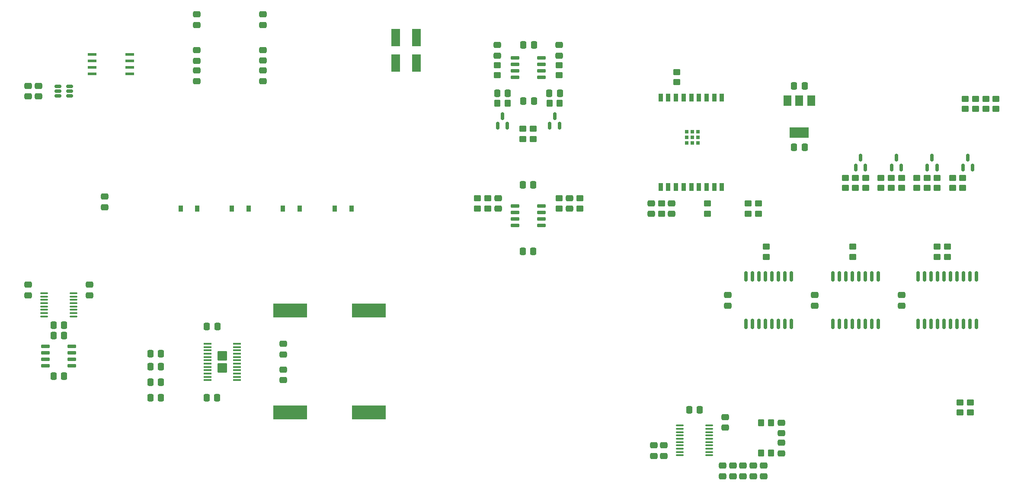
<source format=gtp>
G04 #@! TF.GenerationSoftware,KiCad,Pcbnew,6.0.4-1.fc35*
G04 #@! TF.CreationDate,2022-04-14T23:25:06+02:00*
G04 #@! TF.ProjectId,office_amp,6f666669-6365-45f6-916d-702e6b696361,rev?*
G04 #@! TF.SameCoordinates,Original*
G04 #@! TF.FileFunction,Paste,Top*
G04 #@! TF.FilePolarity,Positive*
%FSLAX46Y46*%
G04 Gerber Fmt 4.6, Leading zero omitted, Abs format (unit mm)*
G04 Created by KiCad (PCBNEW 6.0.4-1.fc35) date 2022-04-14 23:25:06*
%MOMM*%
%LPD*%
G01*
G04 APERTURE LIST*
G04 Aperture macros list*
%AMRoundRect*
0 Rectangle with rounded corners*
0 $1 Rounding radius*
0 $2 $3 $4 $5 $6 $7 $8 $9 X,Y pos of 4 corners*
0 Add a 4 corners polygon primitive as box body*
4,1,4,$2,$3,$4,$5,$6,$7,$8,$9,$2,$3,0*
0 Add four circle primitives for the rounded corners*
1,1,$1+$1,$2,$3*
1,1,$1+$1,$4,$5*
1,1,$1+$1,$6,$7*
1,1,$1+$1,$8,$9*
0 Add four rect primitives between the rounded corners*
20,1,$1+$1,$2,$3,$4,$5,0*
20,1,$1+$1,$4,$5,$6,$7,0*
20,1,$1+$1,$6,$7,$8,$9,0*
20,1,$1+$1,$8,$9,$2,$3,0*%
G04 Aperture macros list end*
%ADD10RoundRect,0.250000X-0.450000X0.350000X-0.450000X-0.350000X0.450000X-0.350000X0.450000X0.350000X0*%
%ADD11R,0.700000X0.700000*%
%ADD12R,0.900000X1.500000*%
%ADD13RoundRect,0.250000X0.450000X-0.350000X0.450000X0.350000X-0.450000X0.350000X-0.450000X-0.350000X0*%
%ADD14RoundRect,0.250000X-0.475000X0.337500X-0.475000X-0.337500X0.475000X-0.337500X0.475000X0.337500X0*%
%ADD15RoundRect,0.250000X0.475000X-0.337500X0.475000X0.337500X-0.475000X0.337500X-0.475000X-0.337500X0*%
%ADD16RoundRect,0.250000X-0.337500X-0.475000X0.337500X-0.475000X0.337500X0.475000X-0.337500X0.475000X0*%
%ADD17RoundRect,0.150000X0.150000X-0.587500X0.150000X0.587500X-0.150000X0.587500X-0.150000X-0.587500X0*%
%ADD18RoundRect,0.150000X0.150000X-0.875000X0.150000X0.875000X-0.150000X0.875000X-0.150000X-0.875000X0*%
%ADD19RoundRect,0.100000X0.637500X0.100000X-0.637500X0.100000X-0.637500X-0.100000X0.637500X-0.100000X0*%
%ADD20RoundRect,0.250000X-0.350000X-0.450000X0.350000X-0.450000X0.350000X0.450000X-0.350000X0.450000X0*%
%ADD21R,1.500000X2.000000*%
%ADD22R,3.800000X2.000000*%
%ADD23RoundRect,0.250000X0.337500X0.475000X-0.337500X0.475000X-0.337500X-0.475000X0.337500X-0.475000X0*%
%ADD24R,1.750000X0.550000*%
%ADD25RoundRect,0.150000X-0.512500X-0.150000X0.512500X-0.150000X0.512500X0.150000X-0.512500X0.150000X0*%
%ADD26R,0.900000X1.200000*%
%ADD27RoundRect,0.250000X0.350000X0.450000X-0.350000X0.450000X-0.350000X-0.450000X0.350000X-0.450000X0*%
%ADD28RoundRect,0.250000X-0.715000X-0.695000X0.715000X-0.695000X0.715000X0.695000X-0.715000X0.695000X0*%
%ADD29RoundRect,0.100000X-0.687500X-0.100000X0.687500X-0.100000X0.687500X0.100000X-0.687500X0.100000X0*%
%ADD30R,6.705000X2.794000*%
%ADD31RoundRect,0.150000X-0.725000X-0.150000X0.725000X-0.150000X0.725000X0.150000X-0.725000X0.150000X0*%
%ADD32R,1.800000X3.500000*%
%ADD33RoundRect,0.100000X-0.637500X-0.100000X0.637500X-0.100000X0.637500X0.100000X-0.637500X0.100000X0*%
%ADD34RoundRect,0.150000X0.725000X0.150000X-0.725000X0.150000X-0.725000X-0.150000X0.725000X-0.150000X0*%
G04 APERTURE END LIST*
D10*
X259000000Y-97000000D03*
X259000000Y-95000000D03*
D11*
X226150000Y-88140000D03*
X226150000Y-85940000D03*
X226150000Y-87090000D03*
X223950000Y-87090000D03*
X225050000Y-85940000D03*
X225050000Y-87090000D03*
X223950000Y-85940000D03*
X223950000Y-88140000D03*
X225050000Y-88140000D03*
D12*
X218850000Y-79250000D03*
X220350000Y-79250000D03*
X221850000Y-79250000D03*
X223350000Y-79250000D03*
X224850000Y-79250000D03*
X226350000Y-79250000D03*
X227850000Y-79250000D03*
X229350000Y-79250000D03*
X230850000Y-79250000D03*
X230850000Y-96750000D03*
X229350000Y-96750000D03*
X227850000Y-96750000D03*
X226350000Y-96750000D03*
X224850000Y-96750000D03*
X223350000Y-96750000D03*
X221850000Y-96750000D03*
X220350000Y-96750000D03*
X218850000Y-96750000D03*
D13*
X262000000Y-95000000D03*
X262000000Y-97000000D03*
D14*
X217000000Y-102075000D03*
X217000000Y-100000000D03*
D15*
X231500000Y-141900000D03*
X231500000Y-143975000D03*
D16*
X247037500Y-89000000D03*
X244962500Y-89000000D03*
D10*
X279500000Y-141000000D03*
X279500000Y-139000000D03*
D13*
X269000000Y-95000000D03*
X269000000Y-97000000D03*
D14*
X232000000Y-120037500D03*
X232000000Y-117962500D03*
D17*
X272000000Y-91062500D03*
X272950000Y-92937500D03*
X271050000Y-92937500D03*
D13*
X271000000Y-95000000D03*
X271000000Y-97000000D03*
D15*
X237000000Y-151437500D03*
X237000000Y-153512500D03*
X231000000Y-151437500D03*
X231000000Y-153512500D03*
D10*
X266000000Y-97000000D03*
X266000000Y-95000000D03*
X222000000Y-76250000D03*
X222000000Y-74250000D03*
D15*
X266000000Y-117962500D03*
X266000000Y-120037500D03*
D18*
X269285000Y-114350000D03*
X270555000Y-114350000D03*
X271825000Y-114350000D03*
X273095000Y-114350000D03*
X274365000Y-114350000D03*
X275635000Y-114350000D03*
X276905000Y-114350000D03*
X278175000Y-114350000D03*
X279445000Y-114350000D03*
X280715000Y-114350000D03*
X280715000Y-123650000D03*
X279445000Y-123650000D03*
X278175000Y-123650000D03*
X276905000Y-123650000D03*
X275635000Y-123650000D03*
X274365000Y-123650000D03*
X273095000Y-123650000D03*
X271825000Y-123650000D03*
X270555000Y-123650000D03*
X269285000Y-123650000D03*
D15*
X239000000Y-151437500D03*
X239000000Y-153512500D03*
D19*
X222637500Y-149400000D03*
X222637500Y-148750000D03*
X222637500Y-148100000D03*
X222637500Y-147450000D03*
X222637500Y-146800000D03*
X222637500Y-146150000D03*
X222637500Y-145500000D03*
X222637500Y-144850000D03*
X222637500Y-144200000D03*
X222637500Y-143550000D03*
X228362500Y-143550000D03*
X228362500Y-144200000D03*
X228362500Y-144850000D03*
X228362500Y-145500000D03*
X228362500Y-146150000D03*
X228362500Y-146800000D03*
X228362500Y-147450000D03*
X228362500Y-148100000D03*
X228362500Y-148750000D03*
X228362500Y-149400000D03*
D13*
X236000000Y-100000000D03*
X236000000Y-102000000D03*
X275000000Y-108500000D03*
X275000000Y-110500000D03*
X276000000Y-95000000D03*
X276000000Y-97000000D03*
D14*
X242500000Y-145050000D03*
X242500000Y-142975000D03*
D10*
X284500000Y-81500000D03*
X284500000Y-79500000D03*
D18*
X252555000Y-114350000D03*
X253825000Y-114350000D03*
X255095000Y-114350000D03*
X256365000Y-114350000D03*
X257635000Y-114350000D03*
X258905000Y-114350000D03*
X260175000Y-114350000D03*
X261445000Y-114350000D03*
X261445000Y-123650000D03*
X260175000Y-123650000D03*
X258905000Y-123650000D03*
X257635000Y-123650000D03*
X256365000Y-123650000D03*
X255095000Y-123650000D03*
X253825000Y-123650000D03*
X252555000Y-123650000D03*
D17*
X279000000Y-91062500D03*
X279950000Y-92937500D03*
X278050000Y-92937500D03*
D20*
X240500000Y-148975000D03*
X238500000Y-148975000D03*
D13*
X264000000Y-95000000D03*
X264000000Y-97000000D03*
D10*
X280500000Y-81500000D03*
X280500000Y-79500000D03*
D13*
X255000000Y-95000000D03*
X255000000Y-97000000D03*
D21*
X243700000Y-79850000D03*
D22*
X246000000Y-86150000D03*
D21*
X246000000Y-79850000D03*
X248300000Y-79850000D03*
D15*
X219500000Y-147437500D03*
X219500000Y-149512500D03*
D10*
X273000000Y-97000000D03*
X273000000Y-95000000D03*
X282500000Y-81500000D03*
X282500000Y-79500000D03*
D18*
X235555000Y-114350000D03*
X236825000Y-114350000D03*
X238095000Y-114350000D03*
X239365000Y-114350000D03*
X240635000Y-114350000D03*
X241905000Y-114350000D03*
X243175000Y-114350000D03*
X244445000Y-114350000D03*
X244445000Y-123650000D03*
X243175000Y-123650000D03*
X241905000Y-123650000D03*
X240635000Y-123650000D03*
X239365000Y-123650000D03*
X238095000Y-123650000D03*
X236825000Y-123650000D03*
X235555000Y-123650000D03*
D15*
X221000000Y-100000000D03*
X221000000Y-102075000D03*
D10*
X239500000Y-110500000D03*
X239500000Y-108500000D03*
D13*
X257000000Y-95000000D03*
X257000000Y-97000000D03*
D15*
X242500000Y-146937500D03*
X242500000Y-149012500D03*
D10*
X277500000Y-141000000D03*
X277500000Y-139000000D03*
D13*
X278000000Y-95000000D03*
X278000000Y-97000000D03*
D15*
X217500000Y-147437500D03*
X217500000Y-149512500D03*
D10*
X219000000Y-102037500D03*
X219000000Y-100037500D03*
X273000000Y-110500000D03*
X273000000Y-108500000D03*
D17*
X265000000Y-91062500D03*
X265950000Y-92937500D03*
X264050000Y-92937500D03*
D16*
X247037500Y-77000000D03*
X244962500Y-77000000D03*
D10*
X256500000Y-110500000D03*
X256500000Y-108500000D03*
X278500000Y-81500000D03*
X278500000Y-79500000D03*
D23*
X224425000Y-140475000D03*
X226500000Y-140475000D03*
D15*
X235000000Y-151437500D03*
X235000000Y-153512500D03*
D20*
X240500000Y-142975000D03*
X238500000Y-142975000D03*
D15*
X233000000Y-151437500D03*
X233000000Y-153512500D03*
D13*
X238000000Y-100000000D03*
X238000000Y-102000000D03*
X228000000Y-100000000D03*
X228000000Y-102000000D03*
D17*
X258000000Y-91062500D03*
X258950000Y-92937500D03*
X257050000Y-92937500D03*
D14*
X249000000Y-120037500D03*
X249000000Y-117962500D03*
D24*
X114900000Y-70800000D03*
X114900000Y-74610000D03*
X114900000Y-73340000D03*
X114900000Y-72070000D03*
X107500000Y-74610000D03*
X107500000Y-72070000D03*
X107500000Y-70800000D03*
X107500000Y-73340000D03*
D25*
X100862500Y-77050000D03*
X100862500Y-78000000D03*
X100862500Y-78950000D03*
X103137500Y-78950000D03*
X103137500Y-78000000D03*
X103137500Y-77050000D03*
D14*
X141000000Y-62962500D03*
X141000000Y-65037500D03*
D15*
X141000000Y-76037500D03*
X141000000Y-73962500D03*
D14*
X128000000Y-62962500D03*
X128000000Y-65037500D03*
D15*
X128000000Y-72037500D03*
X128000000Y-69962500D03*
X128000000Y-76037500D03*
X128000000Y-73962500D03*
X141000000Y-72000000D03*
X141000000Y-69925000D03*
X186900000Y-71037500D03*
X186900000Y-68962500D03*
D16*
X197062500Y-78400000D03*
X199137500Y-78400000D03*
D23*
X188937500Y-78400000D03*
X186862500Y-78400000D03*
D16*
X191862500Y-109400000D03*
X193937500Y-109400000D03*
X191862500Y-96400000D03*
X193937500Y-96400000D03*
D15*
X201000000Y-101037500D03*
X201000000Y-98962500D03*
X187000000Y-101037500D03*
X187000000Y-98962500D03*
D26*
X158300000Y-101000000D03*
X155000000Y-101000000D03*
X128150000Y-101000000D03*
X124850000Y-101000000D03*
X138150000Y-101000000D03*
X134850000Y-101000000D03*
D13*
X186900000Y-74900000D03*
X186900000Y-72900000D03*
D10*
X193900000Y-85400000D03*
X193900000Y-87400000D03*
X191900000Y-85400000D03*
X191900000Y-87400000D03*
D13*
X203000000Y-101000000D03*
X203000000Y-99000000D03*
X185000000Y-101000000D03*
X185000000Y-99000000D03*
D10*
X199000000Y-99000000D03*
X199000000Y-101000000D03*
X183000000Y-99000000D03*
X183000000Y-101000000D03*
D15*
X97000000Y-79037500D03*
X97000000Y-76962500D03*
X95000000Y-79037500D03*
X95000000Y-76962500D03*
D16*
X191962500Y-68900000D03*
X194037500Y-68900000D03*
D13*
X199000000Y-74900000D03*
X199000000Y-72900000D03*
D15*
X199000000Y-71037500D03*
X199000000Y-68962500D03*
D20*
X197100000Y-80400000D03*
X199100000Y-80400000D03*
D17*
X197150000Y-84737500D03*
X199050000Y-84737500D03*
X198100000Y-82862500D03*
X186950000Y-84737500D03*
X188850000Y-84737500D03*
X187900000Y-82862500D03*
D27*
X188900000Y-80400000D03*
X186900000Y-80400000D03*
D16*
X191962500Y-79900000D03*
X194037500Y-79900000D03*
D26*
X148150000Y-101000000D03*
X144850000Y-101000000D03*
D28*
X133000000Y-132270000D03*
X133000000Y-129930000D03*
D29*
X130137500Y-127525000D03*
X130137500Y-128175000D03*
X130137500Y-128825000D03*
X130137500Y-129475000D03*
X130137500Y-130125000D03*
X130137500Y-130775000D03*
X130137500Y-131425000D03*
X130137500Y-132075000D03*
X130137500Y-132725000D03*
X130137500Y-133375000D03*
X130137500Y-134025000D03*
X130137500Y-134675000D03*
X135862500Y-134675000D03*
X135862500Y-134025000D03*
X135862500Y-133375000D03*
X135862500Y-132725000D03*
X135862500Y-132075000D03*
X135862500Y-131425000D03*
X135862500Y-130775000D03*
X135862500Y-130125000D03*
X135862500Y-129475000D03*
X135862500Y-128825000D03*
X135862500Y-128175000D03*
X135862500Y-127525000D03*
D14*
X145000000Y-127562500D03*
X145000000Y-129637500D03*
D23*
X121037500Y-129500000D03*
X118962500Y-129500000D03*
D30*
X146316500Y-121000000D03*
X161683500Y-121000000D03*
D15*
X145000000Y-134637500D03*
X145000000Y-132562500D03*
D23*
X121000000Y-135100000D03*
X118925000Y-135100000D03*
D16*
X129962500Y-138100000D03*
X132037500Y-138100000D03*
X130000000Y-124100000D03*
X132075000Y-124100000D03*
D30*
X146316500Y-141000000D03*
X161683500Y-141000000D03*
D23*
X121000000Y-138100000D03*
X118925000Y-138100000D03*
X121037500Y-132000000D03*
X118962500Y-132000000D03*
X102037500Y-133900000D03*
X99962500Y-133900000D03*
X102037500Y-125900000D03*
X99962500Y-125900000D03*
D15*
X107000000Y-118037500D03*
X107000000Y-115962500D03*
D31*
X98425000Y-127995000D03*
X98425000Y-129265000D03*
X98425000Y-130535000D03*
X98425000Y-131805000D03*
X103575000Y-131805000D03*
X103575000Y-130535000D03*
X103575000Y-129265000D03*
X103575000Y-127995000D03*
D14*
X110000000Y-98662500D03*
X110000000Y-100737500D03*
D32*
X171000000Y-72500000D03*
X171000000Y-67500000D03*
D33*
X98137500Y-117625000D03*
X98137500Y-118275000D03*
X98137500Y-118925000D03*
X98137500Y-119575000D03*
X98137500Y-120225000D03*
X98137500Y-120875000D03*
X98137500Y-121525000D03*
X98137500Y-122175000D03*
X103862500Y-122175000D03*
X103862500Y-121525000D03*
X103862500Y-120875000D03*
X103862500Y-120225000D03*
X103862500Y-119575000D03*
X103862500Y-118925000D03*
X103862500Y-118275000D03*
X103862500Y-117625000D03*
D34*
X195475000Y-104305000D03*
X195475000Y-103035000D03*
X195475000Y-101765000D03*
X195475000Y-100495000D03*
X190325000Y-100495000D03*
X190325000Y-101765000D03*
X190325000Y-103035000D03*
X190325000Y-104305000D03*
D23*
X102037500Y-123900000D03*
X99962500Y-123900000D03*
D32*
X167000000Y-72500000D03*
X167000000Y-67500000D03*
D34*
X195475000Y-75305000D03*
X195475000Y-74035000D03*
X195475000Y-72765000D03*
X195475000Y-71495000D03*
X190325000Y-71495000D03*
X190325000Y-72765000D03*
X190325000Y-74035000D03*
X190325000Y-75305000D03*
D14*
X95000000Y-115962500D03*
X95000000Y-118037500D03*
M02*

</source>
